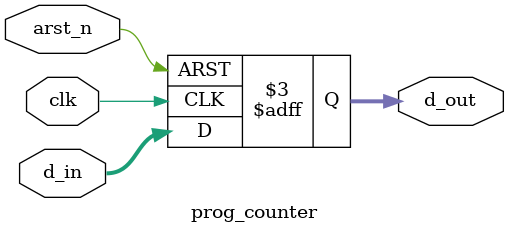
<source format=v>
`timescale 1ns/1ps


`define REG_WIDTH 32

module prog_counter(d_in, d_out, clk, arst_n);

input [`REG_WIDTH-1:0] d_in;
input clk, arst_n;

output reg [`REG_WIDTH-1:0] d_out;

always @(posedge clk or negedge arst_n) begin
	if(!arst_n) d_out = 0;
	else d_out = d_in;
end
endmodule

</source>
